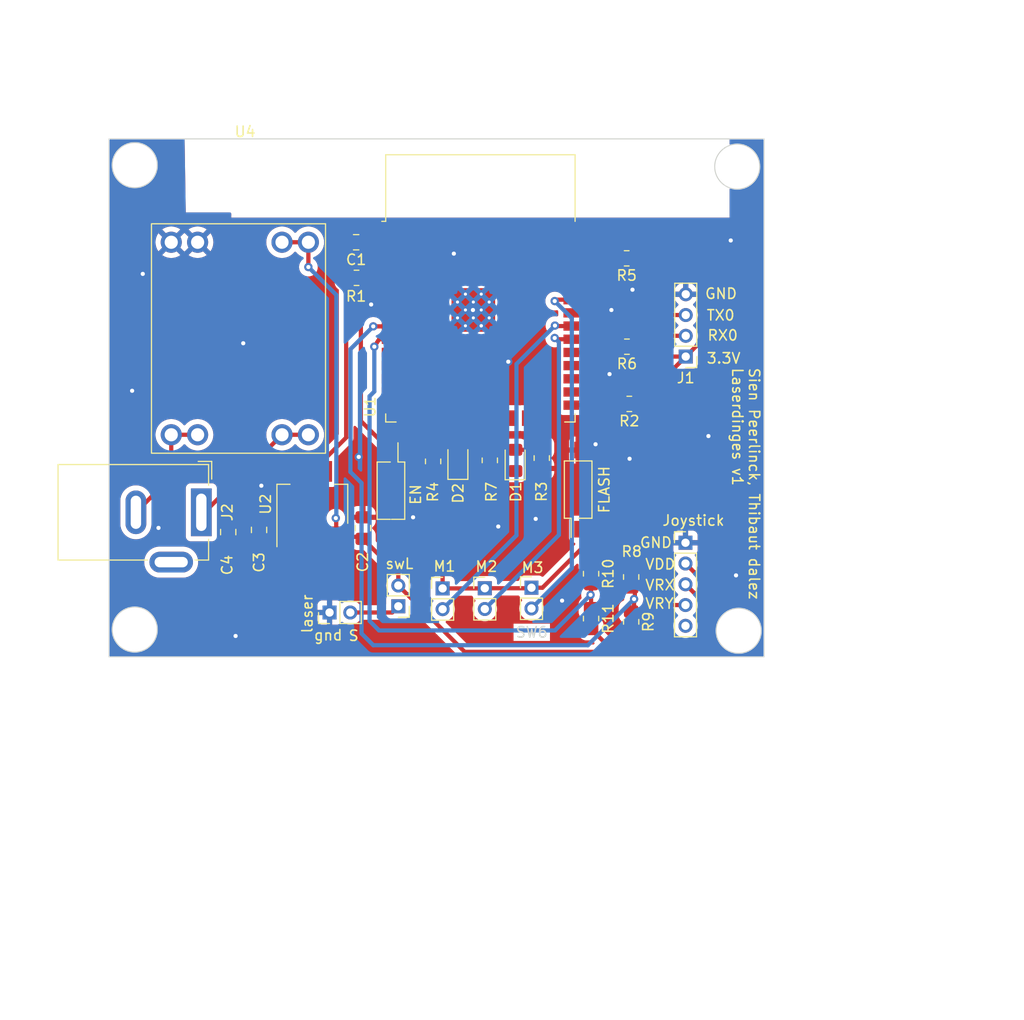
<source format=kicad_pcb>
(kicad_pcb (version 20221018) (generator pcbnew)
  (layers (0 "F.Cu" signal) (31 "B.Cu" signal) (34 "B.Paste" user) (35 "F.Paste" user) (36 "B.SilkS" user "B.Silkscreen") (37 "F.SilkS" user "F.Silkscreen") (38 "B.Mask" user) (39 "F.Mask" user) (44 "Edge.Cuts" user))
  (net 0 "")
  (net 1 "+3.3V")
  (net 2 "GND")
  (net 3 "VDD")
  (net 4 "Net-(D1-K)")
  (net 5 "GPIO2")
  (net 6 "Net-(D2-A)")
  (net 7 "RX0")
  (net 8 "TX0")
  (net 9 "Net-(J2-Pad1)")
  (net 10 "Net-(J2-Pad2)")
  (net 11 "A5")
  (net 12 "A4")
  (net 13 "/EN")
  (net 14 "GPIO0")
  (net 15 "GPIO5")
  (net 16 "GPIO18")
  (net 17 "GPIO19")
  (net 18 "GPIO21")
  (net 19 "VP")
  (net 20 "VN")
  (net 21 "A6")
  (net 22 "A7")
  (net 23 "A8")
  (net 24 "A9")
  (net 25 "GPIO27")
  (net 26 "GPIO14")
  (net 27 "GPIO12")
  (net 28 "GPIO13")
  (net 29 "GPIO15")
  (net 30 "GPIO4")
  (net 31 "RX2")
  (net 32 "TX2")
  (net 33 "GPIO22")
  (net 34 "GPIO23")
  (net 35 "Net-(U3-VRY)")
  (net 36 "Net-(U3-VRX)")
  (net 45 "Net-(SW3-A)")
  (footprint "footprints_laserdinges:U1584" (layer "F.Cu") (at 90.6368 63.6724)
    (fp_text reference "U4" (at 0.508 -8.866 unlocked) (layer "F.SilkS"))
    (fp_text value "MP1584")
    (pad "1" thru_hole circle (at -6.604 20.32) (size 2.032 2.032) (drill 1.27) (layers "*.Cu" "*.Mask") (net 10 "Net-(J2-Pad2)"))
    (pad "2" thru_hole circle (at -4.064 20.32) (size 2.032 2.032) (drill 1.27) (layers "*.Cu" "*.Mask") (net 10 "Net-(J2-Pad2)"))
    (pad "3" thru_hole circle (at 4.064 20.32) (size 2.032 2.032) (drill 1.27) (layers "*.Cu" "*.Mask") (net 9 "Net-(J2-Pad1)"))
    (pad "4" thru_hole circle (at 6.604 20.32) (size 2.032 2.032) (drill 1.27) (layers "*.Cu" "*.Mask") (net 9 "Net-(J2-Pad1)"))
    (pad "5" thru_hole circle (at 6.604 1.778) (size 2.032 2.032) (drill 1.27) (layers "*.Cu" "*.Mask") (net 3 "VDD"))
    (pad "6" thru_hole circle (at 4.064 1.778) (size 2.032 2.032) (drill 1.27) (layers "*.Cu" "*.Mask") (net 3 "VDD"))
    (pad "7" thru_hole circle (at -4.064 1.778) (size 2.032 2.032) (drill 1.27) (layers "*.Cu" "*.Mask") (net 2 "GND"))
    (pad "8" thru_hole circle (at -6.604 1.778) (size 2.032 2.032) (drill 1.27) (layers "*.Cu" "*.Mask") (net 2 "GND"))
  )
  (footprint "Resistor_SMD:R_0805_2012Metric_Pad1.20x1.40mm_HandSolder" (layer "F.Cu") (at 128.3304 102.0104 -90)
    (fp_text reference "R9" (at 0 -1.65 -90) (layer "F.SilkS"))
    (fp_text value "R")
    (pad "1" smd roundrect (at -1 0 270) (size 1.2 1.4) (layers "F.Cu" "F.Paste" "F.Mask") (roundrect_rratio 0.2083333333) (net 12 "A4"))
    (pad "2" smd roundrect (at 1 0 270) (size 1.2 1.4) (layers "F.Cu" "F.Paste" "F.Mask") (roundrect_rratio 0.2083333333) (net 35 "Net-(U3-VRY)"))
  )
  (footprint "Resistor_SMD:R_0805_2012Metric_Pad1.20x1.40mm_HandSolder" (layer "F.Cu") (at 124.4696 97.3782 -90)
    (fp_text reference "R10" (at 0 -1.65 90) (layer "F.SilkS"))
    (fp_text value "R")
    (pad "1" smd roundrect (at -1 0 270) (size 1.2 1.4) (layers "F.Cu" "F.Paste" "F.Mask") (roundrect_rratio 0.2083333333) (net 2 "GND"))
    (pad "2" smd roundrect (at 1 0 270) (size 1.2 1.4) (layers "F.Cu" "F.Paste" "F.Mask") (roundrect_rratio 0.2083333333) (net 11 "A5"))
  )
  (footprint "Resistor_SMD:R_0805_2012Metric_Pad1.20x1.40mm_HandSolder" (layer "F.Cu") (at 127.924 75.5088 180)
    (fp_text reference "R6" (at 0 -1.65 180) (layer "F.SilkS"))
    (fp_text value "R")
    (pad "1" smd roundrect (at -1 0 180) (size 1.2 1.4) (layers "F.Cu" "F.Paste" "F.Mask") (roundrect_rratio 0.2083333333) (net 1 "+3.3V"))
    (pad "2" smd roundrect (at 1 0 180) (size 1.2 1.4) (layers "F.Cu" "F.Paste" "F.Mask") (roundrect_rratio 0.2083333333) (net 15 "GPIO5"))
  )
  (footprint "Button_Switch_SMD:SW_DIP_SPSTx01_Slide_Copal_CHS-01B_W7.62mm_P1.27mm" (layer "F.Cu") (at 105.191 89.3772 -90)
    (fp_text reference "SW1" hide)
    (fp_text value "SW_Push")
    (pad "1" smd rect (at -3.81 0 270) (size 1.6 0.76) (layers "F.Cu" "F.Paste" "F.Mask") (net 13 "/EN"))
    (pad "2" smd rect (at 3.81 0 270) (size 1.6 0.76) (layers "F.Cu" "F.Paste" "F.Mask") (net 2 "GND"))
  )
  (footprint "Capacitor_SMD:C_0805_2012Metric_Pad1.18x1.45mm_HandSolder" (layer "F.Cu") (at 102.4986 92.9801 90)
    (fp_text reference "C2" (at -3.2805 -0.0254 90) (layer "F.SilkS"))
    (fp_text value "C")
    (pad "1" smd roundrect (at -1.0375 0 90) (size 1.175 1.45) (layers "F.Cu" "F.Paste" "F.Mask") (roundrect_rratio 0.2127659574) (net 3 "VDD"))
    (pad "2" smd roundrect (at 1.0375 0 90) (size 1.175 1.45) (layers "F.Cu" "F.Paste" "F.Mask") (roundrect_rratio 0.2127659574) (net 2 "GND"))
  )
  (footprint "Resistor_SMD:R_0805_2012Metric_Pad1.20x1.40mm_HandSolder" (layer "F.Cu") (at 109.255 86.5578 90)
    (fp_text reference "R4" (at -2.9464 -0.0254 90) (layer "F.SilkS"))
    (fp_text value "R")
    (pad "1" smd roundrect (at -1 0 90) (size 1.2 1.4) (layers "F.Cu" "F.Paste" "F.Mask") (roundrect_rratio 0.2083333333) (net 1 "+3.3V"))
    (pad "2" smd roundrect (at 1 0 90) (size 1.2 1.4) (layers "F.Cu" "F.Paste" "F.Mask") (roundrect_rratio 0.2083333333) (net 6 "Net-(D2-A)"))
  )
  (footprint "Package_TO_SOT_SMD:SOT-223-3_TabPin2" (layer "F.Cu") (at 97.6218 90.673 90)
    (fp_text reference "U2" (at 0 -4.5 90) (layer "F.SilkS"))
    (fp_text value "AMS1117-3.3")
    (pad "1" smd rect (at -3.15 -2.3 90) (size 2 1.5) (layers "F.Cu" "F.Paste" "F.Mask") (net 2 "GND"))
    (pad "2" smd rect (at -3.15 0 90) (size 2 1.5) (layers "F.Cu" "F.Paste" "F.Mask") (net 1 "+3.3V"))
    (pad "2" smd rect (at 3.15 0 90) (size 2 3.8) (layers "F.Cu" "F.Paste" "F.Mask") (net 1 "+3.3V"))
    (pad "3" smd rect (at -3.15 2.3 90) (size 2 1.5) (layers "F.Cu" "F.Paste" "F.Mask") (net 3 "VDD"))
  )
  (footprint "Connector_PinHeader_2.00mm:PinHeader_1x02_P2.00mm_Vertical" (layer "F.Cu") (at 114.2334 98.7752)
    (fp_text reference "SW5")
    (fp_text value "SW_DIP_x01")
    (pad "1" thru_hole rect (at 0 0) (size 1.35 1.35) (drill 0.8) (layers "*.Cu" "*.Mask") (net 1 "+3.3V"))
    (pad "2" thru_hole oval (at 0 2) (size 1.35 1.35) (drill 0.8) (layers "*.Cu" "*.Mask") (net 16 "GPIO18"))
  )
  (footprint "Connector_PinHeader_2.00mm:PinHeader_1x05_P2.00mm_Vertical" (layer "F.Cu") (at 133.5628 94.3942)
    (fp_text reference "U3")
    (fp_text value "~")
    (pad "1" thru_hole rect (at 0 0) (size 1.35 1.35) (drill 0.8) (layers "*.Cu" "*.Mask") (net 2 "GND"))
    (pad "2" thru_hole oval (at 0 2) (size 1.35 1.35) (drill 0.8) (layers "*.Cu" "*.Mask") (net 3 "VDD"))
    (pad "3" thru_hole oval (at 0 4) (size 1.35 1.35) (drill 0.8) (layers "*.Cu" "*.Mask") (net 36 "Net-(U3-VRX)"))
    (pad "4" thru_hole oval (at 0 6) (size 1.35 1.35) (drill 0.8) (layers "*.Cu" "*.Mask") (net 35 "Net-(U3-VRY)"))
    (pad "5" thru_hole oval (at 0 8) (size 1.35 1.35) (drill 0.8) (layers "*.Cu" "*.Mask"))
  )
  (footprint "Capacitor_SMD:C_0805_2012Metric_Pad1.18x1.45mm_HandSolder" (layer "F.Cu") (at 101.8421 65.4504 180)
    (fp_text reference "C1" (at 0 -1.68 180) (layer "F.SilkS"))
    (fp_text value "C")
    (pad "1" smd roundrect (at -1.0375 0 180) (size 1.175 1.45) (layers "F.Cu" "F.Paste" "F.Mask") (roundrect_rratio 0.2127659574) (net 1 "+3.3V"))
    (pad "2" smd roundrect (at 1.0375 0 180) (size 1.175 1.45) (layers "F.Cu" "F.Paste" "F.Mask") (roundrect_rratio 0.2127659574) (net 2 "GND"))
  )
  (footprint "Resistor_SMD:R_0805_2012Metric_Pad1.20x1.40mm_HandSolder" (layer "F.Cu") (at 124.4696 101.6962 -90)
    (fp_text reference "R11" (at 0 -1.65 -90) (layer "F.SilkS"))
    (fp_text value "R")
    (pad "1" smd roundrect (at -1 0 270) (size 1.2 1.4) (layers "F.Cu" "F.Paste" "F.Mask") (roundrect_rratio 0.2083333333) (net 11 "A5"))
    (pad "2" smd roundrect (at 1 0 270) (size 1.2 1.4) (layers "F.Cu" "F.Paste" "F.Mask") (roundrect_rratio 0.2083333333) (net 36 "Net-(U3-VRX)"))
  )
  (footprint "Connector_PinHeader_2.00mm:PinHeader_1x02_P2.00mm_Vertical" (layer "F.Cu") (at 105.9022 100.5118 180)
    (fp_text reference "SW3")
    (fp_text value "SW_SPST")
    (pad "1" thru_hole rect (at 0 0 180) (size 1.35 1.35) (drill 0.8) (layers "*.Cu" "*.Mask") (net 45 "Net-(SW3-A)"))
    (pad "2" thru_hole oval (at 0 2 180) (size 1.35 1.35) (drill 0.8) (layers "*.Cu" "*.Mask") (net 3 "VDD"))
  )
  (footprint "Resistor_SMD:R_0805_2012Metric_Pad1.20x1.40mm_HandSolder" (layer "F.Cu") (at 128.3304 97.6924 -90)
    (fp_text reference "R8" (at -2.4478 -0.0508) (layer "F.SilkS"))
    (fp_text value "R")
    (pad "1" smd roundrect (at -1 0 270) (size 1.2 1.4) (layers "F.Cu" "F.Paste" "F.Mask") (roundrect_rratio 0.2083333333) (net 2 "GND"))
    (pad "2" smd roundrect (at 1 0 270) (size 1.2 1.4) (layers "F.Cu" "F.Paste" "F.Mask") (roundrect_rratio 0.2083333333) (net 12 "A4"))
  )
  (footprint "Button_Switch_SMD:SW_DIP_SPSTx01_Slide_Copal_CHS-01B_W7.62mm_P1.27mm" (layer "F.Cu") (at 123.225 89.2756 90)
    (fp_text reference "SW2" hide)
    (fp_text value "SW_Push")
    (pad "1" smd rect (at -3.81 0 90) (size 1.6 0.76) (layers "F.Cu" "F.Paste" "F.Mask") (net 14 "GPIO0"))
    (pad "2" smd rect (at 3.81 0 90) (size 1.6 0.76) (layers "F.Cu" "F.Paste" "F.Mask") (net 2 "GND"))
  )
  (footprint "Connector_PinHeader_2.00mm:PinHeader_1x02_P2.00mm_Vertical" (layer "F.Cu") (at 110.1694 98.7912)
    (fp_text reference "SW4")
    (fp_text value "SW_DIP_x01")
    (pad "1" thru_hole rect (at 0 0) (size 1.35 1.35) (drill 0.8) (layers "*.Cu" "*.Mask") (net 1 "+3.3V"))
    (pad "2" thru_hole oval (at 0 2) (size 1.35 1.35) (drill 0.8) (layers "*.Cu" "*.Mask") (net 17 "GPIO19"))
  )
  (footprint "Connector_BarrelJack:BarrelJack_GCT_DCJ200-10-A_Horizontal" (layer "F.Cu") (at 86.9284 91.46 -90)
    (fp_text reference "J2" (at 0 -2.5 -90) (layer "F.SilkS"))
    (fp_text value "Barrel_Jack")
    (pad "1" thru_hole rect (at 0 0 270) (size 4.6 2) (drill oval 3.6 1) (layers "*.Cu" "*.Mask") (net 9 "Net-(J2-Pad1)"))
    (pad "2" thru_hole oval (at 0 6.3 270) (size 4.2 2) (drill oval 3.2 1) (layers "*.Cu" "*.Mask") (net 10 "Net-(J2-Pad2)"))
    (pad "3" thru_hole oval (at 4.8 2.9 270) (size 2 4.2) (drill oval 1 3.2) (layers "*.Cu" "*.Mask"))
  )
  (footprint "Resistor_SMD:R_0805_2012Metric_Pad1.20x1.40mm_HandSolder" (layer "F.Cu") (at 114.716 86.4562 90)
    (fp_text reference "R7" (at -3.048 0.1524 90) (layer "F.SilkS"))
    (fp_text value "R")
    (pad "1" smd roundrect (at -1 0 90) (size 1.2 1.4) (layers "F.Cu" "F.Paste" "F.Mask") (roundrect_rratio 0.2083333333) (net 4 "Net-(D1-K)"))
    (pad "2" smd roundrect (at 1 0 90) (size 1.2 1.4) (layers "F.Cu" "F.Paste" "F.Mask") (roundrect_rratio 0.2083333333) (net 2 "GND"))
  )
  (footprint "Capacitor_SMD:C_0805_2012Metric_Pad1.18x1.45mm_HandSolder" (layer "F.Cu") (at 89.5192 93.365 90)
    (fp_text reference "C4" (at -3.175 -0.1016 90) (layer "F.SilkS"))
    (fp_text value "C")
    (pad "1" smd roundrect (at -1.0375 0 90) (size 1.175 1.45) (layers "F.Cu" "F.Paste" "F.Mask") (roundrect_rratio 0.2127659574) (net 1 "+3.3V"))
    (pad "2" smd roundrect (at 1.0375 0 90) (size 1.175 1.45) (layers "F.Cu" "F.Paste" "F.Mask") (roundrect_rratio 0.2127659574) (net 2 "GND"))
  )
  (footprint "Connector_PinHeader_2.00mm:PinHeader_1x02_P2.00mm_Vertical" (layer "F.Cu") (at 118.7292 98.7244)
    (fp_text reference "SW6" (at 0.0254 4.2926) (layer "Edge.Cuts"))
    (fp_text value "SW_DIP_x01")
    (pad "1" thru_hole rect (at 0 0) (size 1.35 1.35) (drill 0.8) (layers "*.Cu" "*.Mask") (net 1 "+3.3V"))
    (pad "2" thru_hole oval (at 0 2) (size 1.35 1.35) (drill 0.8) (layers "*.Cu" "*.Mask") (net 18 "GPIO21"))
  )
  (footprint "Connector_PinHeader_2.00mm:PinHeader_1x02_P2.00mm_Vertical" (layer "F.Cu") (at 99.2794 101.112 90)
    (fp_text reference "U5")
    (fp_text value "~")
    (pad "1" thru_hole rect (at 0 0 90) (size 1.35 1.35) (drill 0.8) (layers "*.Cu" "*.Mask") (net 2 "GND"))
    (pad "2" thru_hole oval (at 0 2 90) (size 1.35 1.35) (drill 0.8) (layers "*.Cu" "*.Mask") (net 45 "Net-(SW3-A)"))
  )
  (footprint "Connector_PinHeader_2.00mm:PinHeader_1x04_P2.00mm_Vertical" (layer "F.Cu") (at 133.5882 76.4608 180)
    (fp_text reference "J1" (at 0 -2.06 180) (layer "F.SilkS"))
    (fp_text value "Conn_01x04_Pin")
    (pad "1" thru_hole rect (at 0 0 180) (size 1.35 1.35) (drill 0.8) (layers "*.Cu" "*.Mask") (net 1 "+3.3V"))
    (pad "2" thru_hole oval (at 0 2 180) (size 1.35 1.35) (drill 0.8) (layers "*.Cu" "*.Mask") (net 7 "RX0"))
    (pad "3" thru_hole oval (at 0 4 180) (size 1.35 1.35) (drill 0.8) (layers "*.Cu" "*.Mask") (net 8 "TX0"))
    (pad "4" thru_hole oval (at 0 6 180) (size 1.35 1.35) (drill 0.8) (layers "*.Cu" "*.Mask") (net 2 "GND"))
  )
  (footprint "Resistor_SMD:R_0805_2012Metric_Pad1.20x1.40mm_HandSolder" (layer "F.Cu") (at 119.7198 86.237 90)
    (fp_text reference "R3" (at -3.2418 -0.0254 90) (layer "F.SilkS"))
    (fp_text value "R")
    (pad "1" smd roundrect (at -1 0 90) (size 1.2 1.4) (layers "F.Cu" "F.Paste" "F.Mask") (roundrect_rratio 0.2083333333) (net 2 "GND"))
    (pad "2" smd roundrect (at 1 0 90) (size 1.2 1.4) (layers "F.Cu" "F.Paste" "F.Mask") (roundrect_rratio 0.2083333333) (net 5 "GPIO2"))
  )
  (footprint "LED_SMD:LED_0805_2012Metric_Pad1.15x1.40mm_HandSolder" (layer "F.Cu") (at 111.6426 86.4308 90)
    (fp_text reference "D2" (at -3.2004 0.0254 270) (layer "F.SilkS"))
    (fp_text value "LED")
    (pad "1" smd roundrect (at -1.025 0 90) (size 1.15 1.4) (layers "F.Cu" "F.Paste" "F.Mask") (roundrect_rratio 0.2173913043) (net 2 "GND"))
    (pad "2" smd roundrect (at 1.025 0 90) (size 1.15 1.4) (layers "F.Cu" "F.Paste" "F.Mask") (roundrect_rratio 0.2173913043) (net 6 "Net-(D2-A)"))
  )
  (footprint "Resistor_SMD:R_0805_2012Metric_Pad1.20x1.40mm_HandSolder" (layer "F.Cu") (at 128.1526 81.0206 180)
    (fp_text reference "R2" (at 0 -1.65 180) (layer "F.SilkS"))
    (fp_text value "R")
    (pad "1" smd roundrect (at -1 0 180) (size 1.2 1.4) (layers "F.Cu" "F.Paste" "F.Mask") (roundrect_rratio 0.2083333333) (net 1 "+3.3V"))
    (pad "2" smd roundrect (at 1 0 180) (size 1.2 1.4) (layers "F.Cu" "F.Paste" "F.Mask") (roundrect_rratio 0.2083333333) (net 14 "GPIO0"))
  )
  (footprint "LED_SMD:LED_0805_2012Metric_Pad1.15x1.40mm_HandSolder" (layer "F.Cu") (at 117.1544 86.4652 90)
    (fp_text reference "D1" (at -3.039 0.0762 90) (layer "F.SilkS"))
    (fp_text value "LED")
    (pad "1" smd roundrect (at -1.025 0 90) (size 1.15 1.4) (layers "F.Cu" "F.Paste" "F.Mask") (roundrect_rratio 0.2173913043) (net 4 "Net-(D1-K)"))
    (pad "2" smd roundrect (at 1.025 0 90) (size 1.15 1.4) (layers "F.Cu" "F.Paste" "F.Mask") (roundrect_rratio 0.2173913043) (net 5 "GPIO2"))
  )
  (footprint "Capacitor_SMD:C_0805_2012Metric_Pad1.18x1.45mm_HandSolder" (layer "F.Cu") (at 92.491 93.1579 -90)
    (fp_text reference "C3" (at 3.1281 0 -90) (layer "F.SilkS"))
    (fp_text value "C")
    (pad "1" smd roundrect (at -1.0375 0 270) (size 1.175 1.45) (layers "F.Cu" "F.Paste" "F.Mask") (roundrect_rratio 0.2127659574) (net 2 "GND"))
    (pad "2" smd roundrect (at 1.0375 0 270) (size 1.175 1.45) (layers "F.Cu" "F.Paste" "F.Mask") (roundrect_rratio 0.2127659574) (net 1 "+3.3V"))
  )
  (footprint "RF_Module:ESP32-WROOM-32" (layer "F.Cu") (at 113.8084 72.8826)
    (fp_text reference "U1" (at -10.61 8.43 90) (layer "F.SilkS"))
    (fp_text value "ESP32-WROOM-32")
    (pad "1" smd rect (at -8.75 -8.25) (size 1.5 0.9) (layers "F.Cu" "F.Paste" "F.Mask") (net 2 "GND"))
    (pad "2" smd rect (at -8.75 -6.98) (size 1.5 0.9) (layers "F.Cu" "F.Paste" "F.Mask") (net 1 "+3.3V"))
    (pad "3" smd rect (at -8.75 -5.71) (size 1.5 0.9) (layers "F.Cu" "F.Paste" "F.Mask") (net 13 "/EN"))
    (pad "4" smd rect (at -8.75 -4.44) (size 1.5 0.9) (layers "F.Cu" "F.Paste" "F.Mask") (net 19 "VP"))
    (pad "5" smd rect (at -8.75 -3.17) (size 1.5 0.9) (layers "F.Cu" "F.Paste" "F.Mask") (net 20 "VN"))
    (pad "6" smd rect (at -8.75 -1.9) (size 1.5 0.9) (layers "F.Cu" "F.Paste" "F.Mask") (net 21 "A6"))
    (pad "7" smd rect (at -8.75 -0.63) (size 1.5 0.9) (layers "F.Cu" "F.Paste" "F.Mask") (net 22 "A7"))
    (pad "8" smd rect (at -8.75 0.64) (size 1.5 0.9) (layers "F.Cu" "F.Paste" "F.Mask") (net 12 "A4"))
    (pad "9" smd rect (at -8.75 1.91) (size 1.5 0.9) (layers "F.Cu" "F.Paste" "F.Mask") (net 11 "A5"))
    (pad "10" smd rect (at -8.75 3.18) (size 1.5 0.9) (layers "F.Cu" "F.Paste" "F.Mask") (net 23 "A8"))
    (pad "11" smd rect (at -8.75 4.45) (size 1.5 0.9) (layers "F.Cu" "F.Paste" "F.Mask") (net 24 "A9"))
    (pad "12" smd rect (at -8.75 5.72) (size 1.5 0.9) (layers "F.Cu" "F.Paste" "F.Mask") (net 25 "GPIO27"))
    (pad "13" smd rect (at -8.75 6.99) (size 1.5 0.9) (layers "F.Cu" "F.Paste" "F.Mask") (net 26 "GPIO14"))
    (pad "14" smd rect (at -8.75 8.26) (size 1.5 0.9) (layers "F.Cu" "F.Paste" "F.Mask") (net 27 "GPIO12"))
    (pad "15" smd rect (at -5.71 9.51 90) (size 1.5 0.9) (layers "F.Cu" "F.Paste" "F.Mask") (net 2 "GND"))
    (pad "16" smd rect (at -4.44 9.51 90) (size 1.5 0.9) (layers "F.Cu" "F.Paste" "F.Mask") (net 28 "GPIO13"))
    (pad "17" smd rect (at -3.17 9.51 90) (size 1.5 0.9) (layers "F.Cu" "F.Paste" "F.Mask"))
    (pad "18" smd rect (at -1.9 9.51 90) (size 1.5 0.9) (layers "F.Cu" "F.Paste" "F.Mask"))
    (pad "19" smd rect (at -0.63 9.51 90) (size 1.5 0.9) (layers "F.Cu" "F.Paste" "F.Mask"))
    (pad "20" smd rect (at 0.64 9.51 90) (size 1.5 0.9) (layers "F.Cu" "F.Paste" "F.Mask"))
    (pad "21" smd rect (at 1.91 9.51 90) (size 1.5 0.9) (layers "F.Cu" "F.Paste" "F.Mask"))
    (pad "22" smd rect (at 3.18 9.51 90) (size 1.5 0.9) (layers "F.Cu" "F.Paste" "F.Mask"))
    (pad "23" smd rect (at 4.45 9.51 90) (size 1.5 0.9) (layers "F.Cu" "F.Paste" "F.Mask") (net 29 "GPIO15"))
    (pad "24" smd rect (at 5.72 9.51 90) (size 1.5 0.9) (layers "F.Cu" "F.Paste" "F.Mask") (net 5 "GPIO2"))
    (pad "25" smd rect (at 8.75 8.26) (size 1.5 0.9) (layers "F.Cu" "F.Paste" "F.Mask") (net 14 "GPIO0"))
    (pad "26" smd rect (at 8.75 6.99) (size 1.5 0.9) (layers "F.Cu" "F.Paste" "F.Mask") (net 30 "GPIO4"))
    (pad "27" smd rect (at 8.75 5.72) (size 1.5 0.9) (layers "F.Cu" "F.Paste" "F.Mask") (net 31 "RX2"))
    (pad "28" smd rect (at 8.75 4.45) (size 1.5 0.9) (layers "F.Cu" "F.Paste" "F.Mask") (net 32 "TX2"))
    (pad "29" smd rect (at 8.75 3.18) (size 1.5 0.9) (layers "F.Cu" "F.Paste" "F.Mask") (net 15 "GPIO5"))
    (pad "30" smd rect (at 8.75 1.91) (size 1.5 0.9) (layers "F.Cu" "F.Paste" "F.Mask") (net 16 "GPIO18"))
    (pad "31" smd rect (at 8.75 0.64) (size 1.5 0.9) (layers "F.Cu" "F.Paste" "F.Mask") (net 17 "GPIO19"))
    (pad "32" smd rect (at 8.75 -0.63) (size 1.5 0.9) (layers "F.Cu" "F.Paste" "F.Mask"))
    (pad "33" smd rect (at 8.75 -1.9) (size 1.5 0.9) (layers "F.Cu" "F.Paste" "F.Mask") (net 18 "GPIO21"))
    (pad "34" smd rect (at 8.75 -3.17) (size 1.5 0.9) (layers "F.Cu" "F.Paste" "F.Mask") (net 7 "RX0"))
    (pad "35" smd rect (at 8.75 -4.44) (size 1.5 0.9) (layers "F.Cu" "F.Paste" "F.Mask") (net 8 "TX0"))
    (pad "36" smd rect (at 8.75 -5.71) (size 1.5 0.9) (layers "F.Cu" "F.Paste" "F.Mask") (net 33 "GPIO22"))
    (pad "37" smd rect (at 8.75 -6.98) (size 1.5 0.9) (layers "F.Cu" "F.Paste" "F.Mask") (net 34 "GPIO23"))
    (pad "38" smd rect (at 8.75 -8.25) (size 1.5 0.9) (layers "F.Cu" "F.Paste" "F.Mask") (net 2 "GND"))
    (pad "39" smd rect (at -2.205 -2.435) (size 1.05 1.05) (layers "F.Cu" "F.Paste") (net 2 "GND"))
    (pad "39" thru_hole circle (at -2.205 -1.6725) (size 0.6 0.6) (drill 0.3) (property pad_prop_heatsink) (layers "*.Cu" "F.Mask") (net 2 "GND"))
    (pad "39" smd rect (at -2.205 -0.91) (size 1.05 1.05) (layers "F.Cu" "F.Paste") (net 2 "GND"))
    (pad "39" thru_hole circle (at -2.205 -0.1475) (size 0.6 0.6) (drill 0.3) (property pad_prop_heatsink) (layers "*.Cu" "F.Mask") (net 2 "GND"))
    (pad "39" smd rect (at -2.205 0.615) (size 1.05 1.05) (layers "F.Cu" "F.Paste") (net 2 "GND"))
    (pad "39" thru_hole circle (at -1.4425 -2.435) (size 0.6 0.6) (drill 0.3) (property pad_prop_heatsink) (layers "*.Cu" "F.Mask") (net 2 "GND"))
    (pad "39" thru_hole circle (at -1.4425 -0.91) (size 0.6 0.6) (drill 0.3) (property pad_prop_heatsink) (layers "*.Cu" "F.Mask") (net 2 "GND"))
    (pad "39" thru_hole circle (at -1.4425 0.615) (size 0.6 0.6) (drill 0.3) (property pad_prop_heatsink) (layers "*.Cu" "F.Mask") (net 2 "GND"))
    (pad "39" smd rect (at -0.68 -2.435) (size 1.05 1.05) (layers "F.Cu" "F.Paste") (net 2 "GND"))
    (pad "39" thru_hole circle (at -0.68 -1.6725) (size 0.6 0.6) (drill 0.3) (property pad_prop_heatsink) (layers "*.Cu" "F.Mask") (net 2 "GND"))
    (pad "39" smd rect (at -0.68 -0.91) (size 1.05 1.05) (layers "F.Cu" "F.Paste") (net 2 "GND"))
    (pad "39" smd rect (at -0.68 -0.91) (size 4.2 4.2) (layers "F.Cu" "F.Mask") (net 2 "GND"))
    (pad "39" thru_hole circle (at -0.68 -0.1475) (size 0.6 0.6) (drill 0.3) (property pad_prop_heatsink) (layers "*.Cu" "F.Mask") (net 2 "GND"))
    (pad "39" smd rect (at -0.68 0.615) (size 1.05 1.05) (layers "F.Cu" "F.Paste") (net 2 "GND"))
    (pad "39" thru_hole circle (at 0.0825 -2.435) (size 0.6 0.6) (drill 0.3) (property pad_prop_heatsink) (layers "*.Cu" "F.Mask") (net 2 "GND"))
    (pad "39" thru_hole circle (at 0.0825 -0.91) (size 0.6 0.6) (drill 0.3) (property pad_prop_heatsink) (layers "*.Cu" "F.Mask") (net 2 "GND"))
    (pad "39" thru_hole circle (at 0.0825 0.615) (size 0.6 0.6) (drill 0.33) (property pad_prop_heatsink) (layers "*.Cu" "F.Mask") (net 2 "GND"))
    (pad "39" smd rect (at 0.845 -2.435) (size 1.05 1.05) (layers "F.Cu" "F.Paste") (net 2 "GND"))
    (pad "39" thru_hole circle (at 0.845 -1.6725) (size 0.6 0.6) (drill 0.3) (property pad_prop_heatsink) (layers "*.Cu" "F.Mask") (net 2 "GND"))
    (pad "39" smd rect (at 0.845 -0.91) (size 1.05 1.05) (layers "F.Cu" "F.Paste") (net 2 "GND"))
    (pad "39" thru_hole circle (at 0.845 -0.1475) (size 0.6 0.6) (drill 0.3) (property pad_prop_heatsink) (layers "*.Cu" "F.Mask") (net 2 "GND"))
    (pad "39" smd rect (at 0.845 0.615) (size 1.05 1.05) (layers "F.Cu" "F.Paste") (net 2 "GND"))
    (zone (net 0) (net_name "") (layers "F.Cu" "In1.Cu" "B.Cu") (connect_pads (clearance 0)) (min_thickness 0.254)
      (keepout (tracks not_allowed) (vias not_allowed) (pads not_allowed) (copperpour not_allowed) (footprints not_allowed))
      (fill (thermal_gap 0.508) (thermal_bridge_width 0.508))
      (polygon (pts (xy 89.8084 63.0826) (xy 137.8084 63.0826) (xy 137.8084 42.1426) (xy 89.8084 42.1426)))
    )
  )
  (footprint "Resistor_SMD:R_0805_2012Metric_Pad1.20x1.40mm_HandSolder" (layer "F.Cu") (at 101.8796 68.8794)
    (fp_text reference "R1" (at -0.0414 1.778) (layer "F.SilkS"))
    (fp_text value "R")
    (pad "1" smd roundrect (at -1 0) (size 1.2 1.4) (layers "F.Cu" "F.Paste" "F.Mask") (roundrect_rratio 0.2083333333) (net 1 "+3.3V"))
    (pad "2" smd roundrect (at 1 0) (size 1.2 1.4) (layers "F.Cu" "F.Paste" "F.Mask") (roundrect_rratio 0.2083333333) (net 13 "/EN"))
  )
  (footprint "Resistor_SMD:R_0805_2012Metric_Pad1.20x1.40mm_HandSolder" (layer "F.Cu") (at 127.8986 66.9998 180)
    (fp_text reference "R5" (at 0 -1.65 180) (layer "F.SilkS"))
    (fp_text value "R")
    (pad "1" smd roundrect (at -1 0 180) (size 1.2 1.4) (layers "F.Cu" "F.Paste" "F.Mask") (roundrect_rratio 0.2083333333) (net 1 "+3.3V"))
    (pad "2" smd roundrect (at 1 0 180) (size 1.2 1.4) (layers "F.Cu" "F.Paste" "F.Mask") (roundrect_rratio 0.2083333333) (net 8 "TX0"))
  )
  (gr_rect (start 78.0384 55.4936) (end 141.132 105.3792) (stroke (width 0.1)) (fill none) (layer "Edge.Cuts"))
  (gr_circle (center 80.518 102.754176) (end 79.756 100.722176) (stroke (width 0.1)) (fill none) (layer "Edge.Cuts"))
  (gr_circle (center 138.545824 58.166) (end 137.783824 56.134) (stroke (width 0.1)) (fill none) (layer "Edge.Cuts"))
  (gr_circle (center 80.518 58.027824) (end 79.756 55.995824) (stroke (width 0.1)) (fill none) (layer "Edge.Cuts"))
  (gr_circle (center 138.684 102.87) (end 137.922 100.838) (stroke (width 0.1)) (fill none) (layer "Edge.Cuts"))
  (gr_text "VDD\n" (at 129.6004 97.048) (layer "F.SilkS") (effects (font (size 1 1)) (justify left bottom)))
  (gr_text "S" (at 101.0254 103.9314) (layer "F.SilkS") (effects (font (size 1 1)) (justify left bottom)))
  (gr_text "3.3V" (at 135.5186 77.2106) (layer "F.SilkS") (effects (font (size 1 1)) (justify left bottom)))
  (gr_text "laser" (at 97.7234 103.1948 90) (layer "F.SilkS") (effects (font (size 1 1)) (justify left bottom)))
  (gr_text "gnd\n" (at 97.698 103.8806) (layer "F.SilkS") (effects (font (size 1 1)) (justify left bottom)))
  (gr_text "Joystick" (at 131.2514 92.8316) (layer "F.SilkS") (effects (font (size 1 1)) (justify left bottom)))
  (gr_text "FLASH" (at 126.3238 91.6378 90) (layer "F.SilkS") (effects (font (size 1 1)) (justify left bottom)))
  (gr_text "VRX\n" (at 129.6004 99.0546) (layer "F.SilkS") (effects (font (size 1 1)) (justify left bottom)))
  (gr_text "VRY" (at 129.6004 100.8326) (layer "F.SilkS") (effects (font (size 1 1)) (justify left bottom)))
  (gr_text "TX0" (at 135.5186 73.0704) (layer "F.SilkS") (effects (font (size 1 1)) (justify left bottom)))
  (gr_text "swL" (at 104.5814 96.9972) (layer "F.SilkS") (effects (font (size 1 1)) (justify left bottom)))
  (gr_text "RX0" (at 135.5948 75.0008) (layer "F.SilkS") (effects (font (size 1 1)) (justify left bottom)))
  (gr_text "M3" (at 117.6878 97.3782) (layer "F.SilkS") (effects (font (size 1 1)) (justify left bottom)))
  (gr_text "EN" (at 108.1628 90.825 90) (layer "F.SilkS") (effects (font (size 1 1)) (justify left bottom)))
  (gr_text "M1\n" (at 109.2042 97.2512) (layer "F.SilkS") (effects (font (size 1 1)) (justify left bottom)))
  (gr_text "Sien Peerlinck, Thibaut dalez\nLaserdinges v1" (at 137.9824 77.4646 -90) (layer "F.SilkS") (effects (font (size 1 1)) (justify left bottom)))
  (gr_text "M2" (at 113.2428 97.2766) (layer "F.SilkS") (effects (font (size 1 1)) (justify left bottom)))
  (gr_text "GND" (at 135.3662 70.9876) (layer "F.SilkS") (effects (font (size 1 1)) (justify left bottom)))
  (gr_text "GND\n" (at 129.0924 94.9652) (layer "F.SilkS") (effects (font (size 1 1)) (justify left bottom)))
  (segment (start 118.7292 98.7244) (end 119.7852 98.7244) (width 0.4064) (layer "F.Cu") (net 1))
  (segment (start 89.5192 94.4025) (end 92.2839 94.4025) (width 0.4064) (layer "F.Cu") (net 1))
  (segment (start 128.924 75.5088) (end 129.876 76.4608) (width 0.4064) (layer "F.Cu") (net 1))
  (segment (start 102.8796 65.4504) (end 100.8796 67.4504) (width 0.4064) (layer "F.Cu") (net 1))
  (segment (start 110.1694 98.7912) (end 114.2174 98.7912) (width 0.4064) (layer "F.Cu") (net 1))
  (segment (start 107.0126 66.8568) (end 107.0126 85.3154) (width 0.4064) (layer "F.Cu") (net 1))
  (segment (start 95.7454 95.9304) (end 97.6218 94.054) (width 0.4064) (layer "F.Cu") (net 1))
  (segment (start 100.8796 84.2652) (end 97.6218 87.523) (width 0.4064) (layer "F.Cu") (net 1))
  (segment (start 129.876 76.4608) (end 133.5882 76.4608) (width 0.4064) (layer "F.Cu") (net 1))
  (segment (start 103.3318 65.9026) (end 105.0584 65.9026) (width 0.4064) (layer "F.Cu") (net 1))
  (segment (start 102.8796 65.4504) (end 103.3318 65.9026) (width 0.4064) (layer "F.Cu") (net 1))
  (segment (start 129.1526 80.8964) (end 133.5882 76.4608) (width 0.4064) (layer "F.Cu") (net 1))
  (segment (start 110.1694 88.4722) (end 110.1694 98.7912) (width 0.4064) (layer "F.Cu") (net 1))
  (segment (start 105.0584 65.9026) (end 106.0584 65.9026) (width 0.4064) (layer "F.Cu") (net 1))
  (segment (start 133.7406 66.9998) (end 128.8986 66.9998) (width 0.4064) (layer "F.Cu") (net 1))
  (segment (start 133.5882 76.4608) (end 136.4076 73.6414) (width 0.4064) (layer "F.Cu") (net 1))
  (segment (start 106.0584 65.9026) (end 107.0126 66.8568) (width 0.4064) (layer "F.Cu") (net 1))
  (segment (start 100.8796 68.8794) (end 100.8796 84.2652) (width 0.4064) (layer "F.Cu") (net 1))
  (segment (start 97.6218 90.9774) (end 97.6218 87.523) (width 0.4064) (layer "F.Cu") (net 1))
  (segment (start 129.1526 89.357) (end 129.1526 81.0206) (width 0.4064) (layer "F.Cu") (net 1))
  (segment (start 136.4076 69.6668) (end 133.7406 66.9998) (width 0.4064) (layer "F.Cu") (net 1))
  (segment (start 100.8796 67.4504) (end 100.8796 68.8794) (width 0.4064) (layer "F.Cu") (net 1))
  (segment (start 114.2334 98.7752) (end 118.6784 98.7752) (width 0.4064) (layer "F.Cu") (net 1))
  (segment (start 97.6218 94.054) (end 97.6218 93.823) (width 0.4064) (layer "F.Cu") (net 1))
  (segment (start 129.1526 81.0206) (end 129.1526 80.8964) (width 0.4064) (layer "F.Cu") (net 1))
  (segment (start 118.6784 98.7752) (end 118.7292 98.7244) (width 0.4064) (layer "F.Cu") (net 1))
  (segment (start 119.7852 98.7244) (end 129.1526 89.357) (width 0.4064) (layer "F.Cu") (net 1))
  (segment (start 94.226 95.9304) (end 95.7454 95.9304) (width 0.4064) (layer "F.Cu") (net 1))
  (segment (start 92.2839 94.4025) (end 92.491 94.1954) (width 0.4064) (layer "F.Cu") (net 1))
  (segment (start 97.6218 93.823) (end 97.6218 90.9774) (width 0.4064) (layer "F.Cu") (net 1))
  (segment (start 92.491 94.1954) (end 94.226 95.9304) (width 0.4064) (layer "F.Cu") (net 1))
  (segment (start 114.2174 98.7912) (end 114.2334 98.7752) (width 0.4064) (layer "F.Cu") (net 1))
  (segment (start 109.255 87.5578) (end 110.1694 88.4722) (width 0.4064) (layer "F.Cu") (net 1))
  (segment (start 136.4076 73.6414) (end 136.4076 69.6668) (width 0.4064) (layer "F.Cu") (net 1))
  (segment (start 107.0126 85.3154) (end 109.255 87.5578) (width 0.4064) (layer "F.Cu") (net 1))
  (segment (start 114.6534 72.7351) (end 113.8909 73.4976) (width 0.4064) (layer "F.Cu") (net 2))
  (segment (start 113.8909 70.4476) (end 114.6534 71.2101) (width 0.4064) (layer "F.Cu") (net 2))
  (segment (start 112.3659 73.4976) (end 113.8909 73.4976) (width 0.4064) (layer "F.Cu") (net 2))
  (segment (start 114.6534 70.4476) (end 114.6534 71.2101) (width 0.4064) (layer "F.Cu") (net 2))
  (segment (start 114.6534 73.4976) (end 114.6534 72.7351) (width 0.4064) (layer "F.Cu") (net 2))
  (segment (start 111.6034 73.4976) (end 113.1284 71.9726) (width 0.4064) (layer "F.Cu") (net 2))
  (segment (start 111.6034 71.2101) (end 112.3659 70.4476) (width 0.4064) (layer "F.Cu") (net 2))
  (segment (start 111.6034 70.4476) (end 111.6034 71.2101) (width 0.4064) (layer "F.Cu") (net 2))
  (via (at 119.1356 92.095) (size 0.8) (drill 0.4) (layers "F.Cu" "B.Cu") (net 2))
  (via (at 115.5288 92.8316) (size 0.8) (drill 0.4) (layers "F.Cu" "B.Cu") (net 2))
  (via (at 135.7726 84.1194) (size 0.8) (drill 0.4) (layers "F.Cu" "B.Cu") (net 2))
  (via (at 82.804 92.964) (size 0.8) (drill 0.4) (layers "F.Cu" "B.Cu") (net 2))
  (via (at 103.286 71.4448) (size 0.8) (drill 0.4) (layers "F.Cu" "B.Cu") (net 2))
  (via (at 121.6756 99.969) (size 0.8) (drill 0.4) (layers "F.Cu" "B.Cu") (net 2))
  (via (at 107.3246 91.9426) (size 0.8) (drill 0.4) (layers "F.Cu" "B.Cu") (net 2))
  (via (at 90.2304 103.3726) (size 0.8) (drill 0.4) (layers "F.Cu" "B.Cu") (net 2))
  (via (at 128.4574 70.0224) (size 0.8) (drill 0.4) (layers "F.Cu" "B.Cu") (net 2))
  (via (at 80.264 79.756) (size 0.8) (drill 0.4) (layers "F.Cu" "B.Cu") (net 2))
  (via (at 128.178 86.3038) (size 0.8) (drill 0.4) (layers "F.Cu" "B.Cu") (net 2))
  (via (at 81.2896 68.4984) (size 0.8) (drill 0.4) (layers "F.Cu" "B.Cu") (net 2))
  (via (at 138.43 97.536) (size 0.8) (drill 0.4) (layers "F.Cu" "B.Cu") (net 2))
  (via (at 137.922 65.278) (size 0.8) (drill 0.4) (layers "F.Cu" "B.Cu") (net 2))
  (via (at 111.252 66.548) (size 0.8) (drill 0.4) (layers "F.Cu" "B.Cu") (net 2))
  (via (at 102.0922 86.126) (size 0.8) (drill 0.4) (layers "F.Cu" "B.Cu") (net 2))
  (via (at 124.9014 84.9068) (size 0.8) (drill 0.4) (layers "F.Cu" "B.Cu") (net 2))
  (via (at 126.2476 78.1504) (size 0.8) (drill 0.4) (layers "F.Cu" "B.Cu") (net 2))
  (via (at 116.494 76.9566) (size 0.8) (drill 0.4) (layers "F.Cu" "B.Cu") (net 2))
  (via (at 92.71 88.9) (size 0.8) (drill 0.4) (layers "F.Cu" "B.Cu") (net 2))
  (via (at 126.4254 71.9782) (size 0.8) (drill 0.4) (layers "F.Cu" "B.Cu") (net 2))
  (via (at 113.0904 71.9782) (size 0.8) (drill 0.4) (layers "F.Cu" "B.Cu") (net 2))
  (via (at 90.967 75.1786) (size 0.8) (drill 0.4) (layers "F.Cu" "B.Cu") (net 2))
  (segment (start 99.9218 93.823) (end 102.304 93.823) (width 0.4064) (layer "F.Cu") (net 3))
  (segment (start 112.2924 104.902) (end 105.9022 98.5118) (width 0.4064) (layer "F.Cu") (net 3))
  (segment (start 102.304 93.823) (end 102.4986 94.0176) (width 0.4064) (layer "F.Cu") (net 3))
  (segment (start 105.9022 98.5118) (end 105.9022 97.4212) (width 0.4064) (layer "F.Cu") (net 3))
  (segment (start 133.5628 96.3942) (end 135.8488 98.6802) (width 0.4064) (layer "F.Cu") (net 3))
  (segment (start 99.9218 92.0582) (end 99.9218 93.823) (width 0.4064) (layer "F.Cu") (net 3))
  (segment (start 134.1924 104.902) (end 112.2924 104.902) (width 0.4064) (layer "F.Cu") (net 3))
  (segment (start 97.2408 65.4504) (end 97.2408 67.838) (width 0.4064) (layer "F.Cu") (net 3))
  (segment (start 105.9022 97.4212) (end 102.4986 94.0176) (width 0.4064) (layer "F.Cu") (net 3))
  (segment (start 135.8488 103.2456) (end 134.1924 104.902) (width 0.4064) (layer "F.Cu") (net 3))
  (segment (start 94.7008 65.4504) (end 97.2408 65.4504) (width 0.4064) (layer "F.Cu") (net 3))
  (segment (start 135.8488 98.6802) (end 135.8488 103.2456) (width 0.4064) (layer "F.Cu") (net 3))
  (segment (start 99.8824 92.0188) (end 99.9218 92.0582) (width 0.4064) (layer "F.Cu") (net 3))
  (via (at 99.8824 92.0188) (size 0.8) (drill 0.4) (layers "F.Cu" "B.Cu") (net 3))
  (via (at 97.2408 67.838) (size 0.8) (drill 0.4) (layers "F.Cu" "B.Cu") (net 3))
  (segment (start 99.8824 92.0188) (end 99.9332 91.968) (width 0.4064) (layer "B.Cu") (net 3))
  (segment (start 99.9332 70.5304) (end 97.2408 67.838) (width 0.4064) (layer "B.Cu") (net 3))
  (segment (start 99.9332 91.968) (end 99.9332 70.5304) (width 0.4064) (layer "B.Cu") (net 3))
  (segment (start 114.716 87.4562) (end 117.1204 87.4562) (width 0.4064) (layer "F.Cu") (net 4))
  (segment (start 117.1204 87.4562) (end 117.1544 87.4902) (width 0.4064) (layer "F.Cu") (net 4))
  (segment (start 119.5284 85.0456) (end 119.5284 82.3926) (width 0.4064) (layer "F.Cu") (net 5))
  (segment (start 119.7198 85.237) (end 119.5284 85.0456) (width 0.4064) (layer "F.Cu") (net 5))
  (segment (start 117.1544 85.4402) (end 119.5166 85.4402) (width 0.4064) (layer "F.Cu") (net 5))
  (segment (start 119.5166 85.4402) (end 119.7198 85.237) (width 0.4064) (layer "F.Cu") (net 5))
  (segment (start 111.4906 85.5578) (end 111.6426 85.4058) (width 0.4064) (layer "F.Cu") (net 6))
  (segment (start 109.255 85.5578) (end 111.4906 85.5578) (width 0.4064) (layer "F.Cu") (net 6))
  (segment (start 133.5882 74.4608) (end 131.702 74.4608) (width 0.4064) (layer "F.Cu") (net 7))
  (segment (start 126.9538 69.7126) (end 122.5584 69.7126) (width 0.4064) (layer "F.Cu") (net 7))
  (segment (start 131.702 74.4608) (end 126.9538 69.7126) (width 0.4064) (layer "F.Cu") (net 7))
  (segment (start 125.4558 68.4426) (end 126.8986 66.9998) (width 0.4064) (layer "F.Cu") (net 8))
  (segment (start 133.5882 72.4608) (end 132.3596 72.4608) (width 0.4064) (layer "F.Cu") (net 8))
  (segment (start 132.3596 72.4608) (end 126.8986 66.9998) (width 0.4064) (layer "F.Cu") (net 8))
  (segment (start 122.5584 68.4426) (end 125.4558 68.4426) (width 0.4064) (layer "F.Cu") (net 8))
  (segment (start 87.2332 91.46) (end 94.7008 83.9924) (width 0.4064) (layer "F.Cu") (net 9))
  (segment (start 86.9284 91.46) (end 87.2332 91.46) (width 0.4064) (layer "F.Cu") (net 9))
  (segment (start 97.2408 83.9924) (end 94.7008 83.9924) (width 0.4064) (layer "F.Cu") (net 9))
  (segment (start 84.0328 83.9924) (end 86.5728 83.9924) (width 0.4064) (layer "F.Cu") (net 10))
  (segment (start 84.0328 88.0556) (end 80.6284 91.46) (width 0.4064) (layer "F.Cu") (net 10))
  (segment (start 84.0328 83.9924) (end 84.0328 88.0556) (width 0.4064) (layer "F.Cu") (net 10))
  (segment (start 124.4696 99.461) (end 124.4188 99.4102) (width 0.4064) (layer "F.Cu") (net 11))
  (segment (start 104.053 74.7926) (end 103.5908 75.5088) (width 0.4064) (layer "F.Cu") (net 11))
  (segment (start 105.0584 74.7926) (end 104.053 74.7926) (width 0.4064) (layer "F.Cu") (net 11))
  (segment (start 124.4696 100.6962) (end 124.4696 99.461) (width 0.4064) (layer "F.Cu") (net 11))
  (segment (start 124.4696 99.3594) (end 124.4696 98.3782) (width 0.4064) (layer "F.Cu") (net 11))
  (segment (start 124.4188 99.4102) (end 124.4696 99.3594) (width 0.4064) (layer "F.Cu") (net 11))
  (via (at 103.5908 75.5088) (size 0.8) (drill 0.4) (layers "F.Cu" "B.Cu") (net 11))
  (via (at 124.4188 99.4102) (size 0.8) (drill 0.4) (layers "F.Cu" "B.Cu") (net 11))
  (segment (start 103.1336 101.9248) (end 103.1336 80.284) (width 0.4064) (layer "B.Cu") (net 11))
  (segment (start 103.5908 79.8268) (end 103.5908 75.5088) (width 0.4064) (layer "B.Cu") (net 11))
  (segment (start 104.048 102.8392) (end 103.1336 101.9248) (width 0.4064) (layer "B.Cu") (net 11))
  (segment (start 103.1336 80.284) (end 103.5908 79.8268) (width 0.4064) (layer "B.Cu") (net 11))
  (segment (start 124.4188 99.4102) (end 120.9898 102.8392) (width 0.4064) (layer "B.Cu") (net 11))
  (segment (start 120.9898 102.8392) (end 104.048 102.8392) (width 0.4064) (layer "B.Cu") (net 11))
  (segment (start 128.686 99.048) (end 128.3304 98.6924) (width 0.4064) (layer "F.Cu") (net 12))
  (segment (start 128.6098 100.731) (end 128.6098 99.8166) (width 0.4064) (layer "F.Cu") (net 12))
  (segment (start 128.6098 99.8166) (end 128.686 99.7404) (width 0.4064) (layer "F.Cu") (net 12))
  (segment (start 128.3304 101.0104) (end 128.6098 100.731) (width 0.4064) (layer "F.Cu") (net 12))
  (segment (start 128.686 99.7404) (end 128.686 99.048) (width 0.4064) (layer "F.Cu") (net 12))
  (segment (start 103.4892 73.553) (end 104.470942 73.553) (width 0.4064) (layer "F.Cu") (net 12))
  (segment (start 104.501342 73.5226) (end 105.0584 73.5226) (width 0.4064) (layer "F.Cu") (net 12))
  (segment (start 104.470942 73.553) (end 104.501342 73.5226) (width 0.4064) (layer "F.Cu") (net 12))
  (via (at 128.6098 99.8166) (size 0.8) (drill 0.4) (layers "F.Cu" "B.Cu") (net 12))
  (via (at 103.4892 73.553) (size 0.8) (drill 0.4) (layers "F.Cu" "B.Cu") (net 12))
  (segment (start 102.362 103.1344) (end 103.4892 104.2616) (width 0.4064) (layer "B.Cu") (net 12))
  (segment (start 103.4892 104.2616) (end 124.1648 104.2616) (width 0.4064) (layer "B.Cu") (net 12))
  (segment (start 101.3017 75.7405) (end 101.3017 85.780603) (width 0.4064) (layer "B.Cu") (net 12))
  (segment (start 101.289 87.573) (end 102.362 88.646) (width 0.4064) (layer "B.Cu") (net 12))
  (segment (start 124.1648 104.2616) (end 128.6098 99.8166) (width 0.4064) (layer "B.Cu") (net 12))
  (segment (start 103.4892 73.553) (end 101.3017 75.7405) (width 0.4064) (layer "B.Cu") (net 12))
  (segment (start 101.3017 85.780603) (end 101.289 85.793303) (width 0.4064) (layer "B.Cu") (net 12))
  (segment (start 101.289 85.793303) (end 101.289 87.573) (width 0.4064) (layer "B.Cu") (net 12))
  (segment (start 102.362 88.646) (end 102.362 103.1344) (width 0.4064) (layer "B.Cu") (net 12))
  (segment (start 105.191 85.5672) (end 102.2954 82.6716) (width 0.4064) (layer "F.Cu") (net 13))
  (segment (start 102.8796 67.9396) (end 103.6466 67.1726) (width 0.4064) (layer "F.Cu") (net 13))
  (segment (start 102.2954 69.4636) (end 102.8796 68.8794) (width 0.4064) (layer "F.Cu") (net 13))
  (segment (start 103.6466 67.1726) (end 105.0584 67.1726) (width 0.4064) (layer "F.Cu") (net 13))
  (segment (start 102.2954 82.6716) (end 102.2954 69.4636) (width 0.4064) (layer "F.Cu") (net 13))
  (segment (start 102.8796 68.8794) (end 102.8796 67.9396) (width 0.4064) (layer "F.Cu") (net 13))
  (segment (start 123.225 93.0856) (end 127.1526 89.158) (width 0.4064) (layer "F.Cu") (net 14))
  (segment (start 127.1526 89.158) (end 127.1526 81.0206) (width 0.4064) (layer "F.Cu") (net 14))
  (segment (start 127.0306 81.1426) (end 127.1526 81.0206) (width 0.4064) (layer "F.Cu") (net 14))
  (segment (start 122.5584 81.1426) (end 127.0306 81.1426) (width 0.4064) (layer "F.Cu") (net 14))
  (segment (start 126.3702 76.0626) (end 126.924 75.5088) (width 0.4064) (layer "F.Cu") (net 15))
  (segment (start 122.5584 76.0626) (end 126.3702 76.0626) (width 0.4064) (layer "F.Cu") (net 15))
  (segment (start 121.0864 74.7926) (end 122.5584 74.7926) (width 0.4064) (layer "F.Cu") (net 16))
  (segment (start 120.9644 74.6706) (end 121.0864 74.7926) (width 0.4064) (layer "F.Cu") (net 16))
  (via (at 120.9644 74.6706) (size 0.8) (drill 0.4) (layers "F.Cu" "B.Cu") (net 16))
  (segment (start 120.9644 74.6706) (end 121.3708 75.077) (width 0.4064) (layer "B.Cu") (net 16))
  (segment (start 121.3708 93.6378) (end 114.2334 100.7752) (width 0.4064) (layer "B.Cu") (net 16))
  (segment (start 121.3708 75.077) (end 121.3708 93.6378) (width 0.4064) (layer "B.Cu") (net 16))
  (segment (start 121.0356 73.5226) (end 120.9898 73.4768) (width 0.4064) (layer "F.Cu") (net 17))
  (segment (start 122.5584 73.5226) (end 121.0356 73.5226) (width 0.4064) (layer "F.Cu") (net 17))
  (via (at 120.9898 73.4768) (size 0.8) (drill 0.4) (layers "F.Cu" "B.Cu") (net 17))
  (segment (start 117.2845 77.1821) (end 120.9898 73.4768) (width 0.4064) (layer "B.Cu") (net 17))
  (segment (start 117.2845 93.6761) (end 117.2845 77.1821) (width 0.4064) (layer "B.Cu") (net 17))
  (segment (start 110.1694 100.7912) (end 117.2845 93.6761) (width 0.4064) (layer "B.Cu") (net 17))
  (segment (start 120.9644 71.1146) (end 121.0964 70.9826) (width 0.4064) (layer "F.Cu") (net 18))
  (segment (start 121.0964 70.9826) (end 122.5584 70.9826) (width 0.4064) (layer "F.Cu") (net 18))
  (via (at 120.9644 71.1146) (size 0.8) (drill 0.4) (layers "F.Cu" "B.Cu") (net 18))
  (segment (start 122.6154 96.8382) (end 118.7292 100.7244) (width 0.4064) (layer "B.Cu") (net 18))
  (segment (start 122.6154 72.7656) (end 122.6154 96.8382) (width 0.4064) (layer "B.Cu") (net 18))
  (segment (start 120.9644 71.1146) (end 122.6154 72.7656) (width 0.4064) (layer "B.Cu") (net 18))
  (segment (start 128.686 103.0104) (end 131.3022 100.3942) (width 0.4064) (layer "F.Cu") (net 35))
  (segment (start 128.3304 103.0104) (end 128.686 103.0104) (width 0.4064) (layer "F.Cu") (net 35))
  (segment (start 131.3022 100.3942) (end 133.5628 100.3942) (width 0.4064) (layer "F.Cu") (net 35))
  (segment (start 133.732 104.2956) (end 135.0614 102.9662) (width 0.4064) (layer "F.Cu") (net 36))
  (segment (start 135.0614 99.8928) (end 133.5628 98.3942) (width 0.4064) (layer "F.Cu") (net 36))
  (segment (start 124.4696 102.6962) (end 126.069 104.2956) (width 0.4064) (layer "F.Cu") (net 36))
  (segment (start 126.069 104.2956) (end 133.732 104.2956) (width 0.4064) (layer "F.Cu") (net 36))
  (segment (start 135.0614 102.9662) (end 135.0614 99.8928) (width 0.4064) (layer "F.Cu") (net 36))
  (segment (start 105.302 101.112) (end 105.9022 100.5118) (width 0.4064) (layer "F.Cu") (net 45))
  (segment (start 101.2794 101.112) (end 105.302 101.112) (width 0.4064) (layer "F.Cu") (net 45))
  (zone locked (net 2) (net_name "GND") (layers "F&B.Cu") (connect_pads (clearance 0.5)) (min_thickness 0.25) (fill yes (thermal_gap 0.5) (thermal_bridge_width 0.5))
    (polygon (pts (xy 67.564 42.672) (xy 85.1154 43.3832) (xy 85.43 62.58) (xy 133.43 62.58) (xy 133.4262 43.18) (xy 166.1668 42.9514) (xy 166.1668 140.0302) (xy 68.0466 140.3858) (xy 67.5386 42.7228)))
  )
)
</source>
